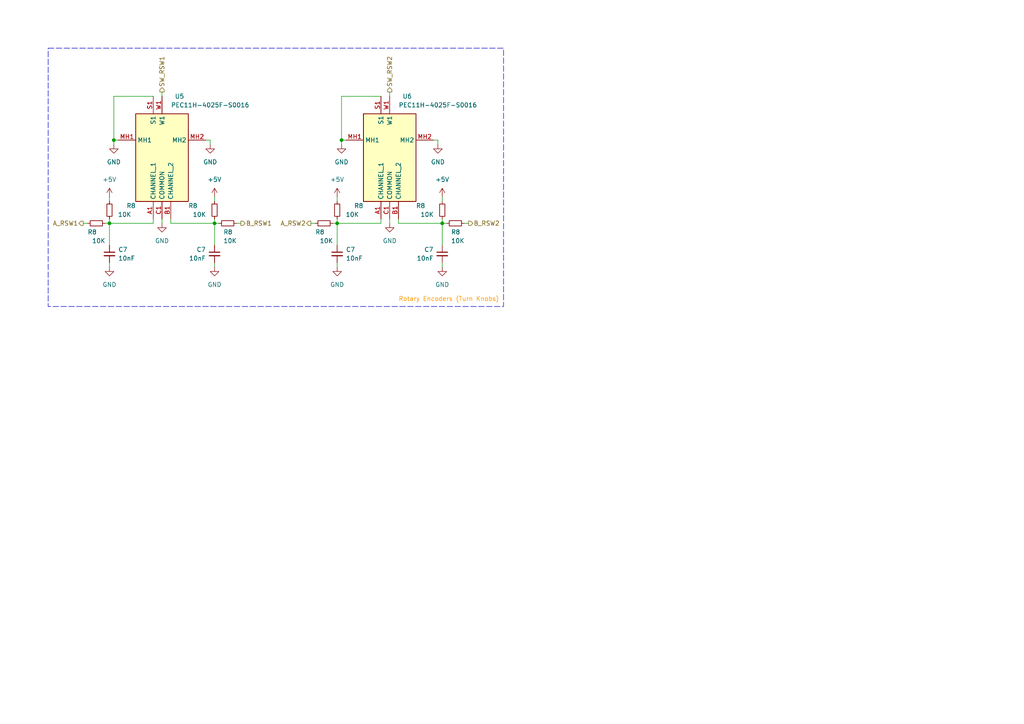
<source format=kicad_sch>
(kicad_sch (version 20230121) (generator eeschema)
  (paper "A4")
  (lib_symbols
    (symbol "Adam_Custom_Symbol_Bourns_PEC11H-4025F-S0016:PEC11H-4025F-S0016"
      (property "Reference" "U" (at 21.59 12.7 0))
      (property "Value" "PEC11H-4025F-S0016" (at 21.59 10.16 0))
      (symbol "PEC11H-4025F-S0016_1_1"
        (rectangle (start 5.08 7.62) (end 20.32 -17.78) (stroke (width 0.254)) (fill (type background)))
        (pin passive line (at 10.16 -22.86 90) (length 5.08) (name "CHANNEL_1") (number "A1"))
        (pin passive line (at 15.24 -22.86 90) (length 5.08) (name "CHANNEL_2") (number "B1"))
        (pin passive line (at 12.7 -22.86 90) (length 5.08) (name "COMMON") (number "C1"))
        (pin passive line (at 0 0 0) (length 5.08) (name "MH1") (number "MH1"))
        (pin passive line (at 25.4 0 180) (length 5.08) (name "MH2") (number "MH2"))
        (pin passive line (at 10.16 12.7 270) (length 5.08) (name "S1") (number "S1"))
        (pin passive line (at 12.7 12.7 270) (length 5.08) (name "W1") (number "W1"))
      )
    )
    (symbol "Device:C_Small" (pin_numbers hide) (pin_names (offset 0.254) hide)
      (property "Reference" "C" (at 0.254 1.778 0))
      (property "Value" "C_Small" (at 0.254 -2.032 0))
      (symbol "C_Small_0_1"
        (polyline (pts (xy -1.524 -0.508) (xy 1.524 -0.508)) (stroke (width 0.3302)))
        (polyline (pts (xy -1.524 0.508) (xy 1.524 0.508)) (stroke (width 0.3048)))
      )
      (symbol "C_Small_1_1"
        (pin passive line (at 0 2.54 270) (length 2.032) (name "~") (number "1"))
        (pin passive line (at 0 -2.54 90) (length 2.032) (name "~") (number "2"))
      )
    )
    (symbol "Device:R_Small" (pin_numbers hide) (pin_names (offset 0.254) hide)
      (property "Reference" "R" (at 0.762 0.508 0))
      (property "Value" "R_Small" (at 0.762 -1.016 0))
      (symbol "R_Small_0_1"
        (rectangle (start -0.762 1.778) (end 0.762 -1.778) (stroke (width 0.2032)))
      )
      (symbol "R_Small_1_1"
        (pin passive line (at 0 2.54 270) (length 0.762) (name "~") (number "1"))
        (pin passive line (at 0 -2.54 90) (length 0.762) (name "~") (number "2"))
      )
    )
    (symbol "power:+5V" (power) (pin_names (offset 0))
      (property "Value" "+5V" (at 0 3.556 0))
      (symbol "+5V_0_1"
        (polyline (pts (xy -0.762 1.27) (xy 0 2.54)))
        (polyline (pts (xy 0 0) (xy 0 2.54)))
        (polyline (pts (xy 0 2.54) (xy 0.762 1.27)))
      )
      (symbol "+5V_1_1"
        (pin power_in line (at 0 0 90) (length 0) hide (name "+5V") (number "1"))
      )
    )
    (symbol "power:GND" (power) (pin_names (offset 0))
      (property "Value" "GND" (at 0 -3.81 0))
      (symbol "GND_0_1"
        (polyline (pts (xy 0 0) (xy 0 -1.27) (xy 1.27 -1.27) (xy 0 -2.54) (xy -1.27 -1.27) (xy 0 -1.27)))
      )
      (symbol "GND_1_1"
        (pin power_in line (at 0 0 270) (length 0) hide (name "GND") (number "1"))
      )
    )
  )
  (junction (at 128.27 64.77))
  (junction (at 31.75 64.77))
  (junction (at 99.06 40.64))
  (junction (at 97.79 64.77))
  (junction (at 33.02 40.64))
  (junction (at 62.23 64.77))
  (wire (pts (xy 99.06 40.64) (xy 100.33 40.64)))
  (wire (pts (xy 134.62 64.77) (xy 135.89 64.77)))
  (wire (pts (xy 31.75 77.47) (xy 31.75 76.2)))
  (wire (pts (xy 128.27 64.77) (xy 128.27 71.12)))
  (wire (pts (xy 62.23 63.5) (xy 62.23 64.77)))
  (wire (pts (xy 97.79 63.5) (xy 97.79 64.77)))
  (wire (pts (xy 110.49 63.5) (xy 110.49 64.77)))
  (wire (pts (xy 62.23 64.77) (xy 62.23 71.12)))
  (wire (pts (xy 97.79 76.2) (xy 97.79 77.47)))
  (wire (pts (xy 24.13 64.77) (xy 25.4 64.77)))
  (wire (pts (xy 44.45 27.94) (xy 33.02 27.94)))
  (wire (pts (xy 62.23 57.15) (xy 62.23 58.42)))
  (wire (pts (xy 128.27 64.77) (xy 129.54 64.77)))
  (wire (pts (xy 113.03 26.67) (xy 113.03 27.94)))
  (wire (pts (xy 90.17 64.77) (xy 91.44 64.77)))
  (wire (pts (xy 33.02 40.64) (xy 34.29 40.64)))
  (wire (pts (xy 99.06 27.94) (xy 99.06 40.64)))
  (wire (pts (xy 62.23 77.47) (xy 62.23 76.2)))
  (wire (pts (xy 99.06 41.91) (xy 99.06 40.64)))
  (wire (pts (xy 96.52 64.77) (xy 97.79 64.77)))
  (wire (pts (xy 97.79 64.77) (xy 110.49 64.77)))
  (wire (pts (xy 97.79 64.77) (xy 97.79 71.12)))
  (wire (pts (xy 49.53 64.77) (xy 62.23 64.77)))
  (wire (pts (xy 128.27 57.15) (xy 128.27 58.42)))
  (wire (pts (xy 115.57 63.5) (xy 115.57 64.77)))
  (wire (pts (xy 60.96 40.64) (xy 60.96 41.91)))
  (wire (pts (xy 128.27 63.5) (xy 128.27 64.77)))
  (wire (pts (xy 59.69 40.64) (xy 60.96 40.64)))
  (wire (pts (xy 127 40.64) (xy 127 41.91)))
  (wire (pts (xy 68.58 64.77) (xy 69.85 64.77)))
  (wire (pts (xy 31.75 64.77) (xy 44.45 64.77)))
  (wire (pts (xy 49.53 63.5) (xy 49.53 64.77)))
  (wire (pts (xy 115.57 64.77) (xy 128.27 64.77)))
  (wire (pts (xy 62.23 64.77) (xy 63.5 64.77)))
  (wire (pts (xy 31.75 57.15) (xy 31.75 58.42)))
  (wire (pts (xy 128.27 76.2) (xy 128.27 77.47)))
  (wire (pts (xy 113.03 63.5) (xy 113.03 64.77)))
  (wire (pts (xy 33.02 41.91) (xy 33.02 40.64)))
  (wire (pts (xy 31.75 63.5) (xy 31.75 64.77)))
  (wire (pts (xy 46.99 26.67) (xy 46.99 27.94)))
  (wire (pts (xy 44.45 63.5) (xy 44.45 64.77)))
  (wire (pts (xy 125.73 40.64) (xy 127 40.64)))
  (wire (pts (xy 30.48 64.77) (xy 31.75 64.77)))
  (wire (pts (xy 33.02 27.94) (xy 33.02 40.64)))
  (wire (pts (xy 97.79 57.15) (xy 97.79 58.42)))
  (wire (pts (xy 110.49 27.94) (xy 99.06 27.94)))
  (wire (pts (xy 46.99 63.5) (xy 46.99 64.77)))
  (wire (pts (xy 31.75 64.77) (xy 31.75 71.12)))
  (rectangle (start 13.97 13.97) (end 146.05 88.9) (stroke (width 0) (type dash)))
  (text "Rotary Encoders (Turn Knobs)" (at 115.57 87.63 0) (effects (font (size 1.27 1.27)) (justify left bottom)))
  (hierarchical_label "SW_RSW1" (shape output) (at 46.99 26.67 90))
  (hierarchical_label "A_RSW1" (shape output) (at 24.13 64.77 180))
  (hierarchical_label "A_RSW2" (shape output) (at 90.17 64.77 180))
  (hierarchical_label "SW_RSW2" (shape output) (at 113.03 26.67 90))
  (hierarchical_label "B_RSW1" (shape output) (at 69.85 64.77 0))
  (hierarchical_label "B_RSW2" (shape output) (at 135.89 64.77 0))
  (symbol (lib_id "Device:C_Small") (at 97.79 73.66 0) (unit 1)
    (property "Reference" "C7" (at 100.33 72.39 0) (effects (justify left)))
    (property "Value" "10nF" (at 100.33 74.93 0) (effects (justify left)))
    (property "Footprint" "Capacitor_SMD:C_0603_1608Metric" (effects hide))
    (property "LCSC" "C57112" (effects hide))
    (instances (project "Universal Control Box" (path "" (reference "C7") (unit 1)) (path "" (reference "C203") (unit 1))) (project "Doorbell" (path "" (reference "C3") (unit 1))))
  )
  (symbol (lib_id "Device:R_Small") (at 27.94 64.77 270) (mirror x) (unit 1)
    (property "Reference" "R8" (at 25.4 67.31 90) (effects (justify left)))
    (property "Value" "10K" (at 26.67 69.85 90) (effects (justify left)))
    (property "Footprint" "Resistor_SMD:R_0603_1608Metric" (effects hide))
    (property "LCSC" "C25804" (effects hide))
    (instances (project "Universal Control Box" (path "" (reference "R8") (unit 1)) (path "" (reference "R201") (unit 1))) (project "Doorbell" (path "" (reference "R3") (unit 1))))
  )
  (symbol (lib_id "Device:R_Small") (at 132.08 64.77 270) (mirror x) (unit 1)
    (property "Reference" "R8" (at 130.81 67.31 90) (effects (justify left)))
    (property "Value" "10K" (at 130.81 69.85 90) (effects (justify left)))
    (property "Footprint" "Resistor_SMD:R_0603_1608Metric" (effects hide))
    (property "LCSC" "C25804" (effects hide))
    (instances (project "Universal Control Box" (path "" (reference "R8") (unit 1)) (path "" (reference "R208") (unit 1))) (project "Doorbell" (path "" (reference "R3") (unit 1))))
  )
  (symbol (lib_id "Device:R_Small") (at 66.04 64.77 270) (mirror x) (unit 1)
    (property "Reference" "R8" (at 64.77 67.31 90) (effects (justify left)))
    (property "Value" "10K" (at 64.77 69.85 90) (effects (justify left)))
    (property "Footprint" "Resistor_SMD:R_0603_1608Metric" (effects hide))
    (property "LCSC" "C25804" (effects hide))
    (instances (project "Universal Control Box" (path "" (reference "R8") (unit 1)) (path "" (reference "R204") (unit 1))) (project "Doorbell" (path "" (reference "R3") (unit 1))))
  )
  (symbol (lib_id "power:GND") (at 46.99 64.77 0) (unit 1)
    (property "Reference" "#PWR020" (effects hide))
    (property "Value" "GND" (at 46.99 69.85 0))
    (instances (project "Universal Control Box" (path "" (reference "#PWR020") (unit 1)) (path "" (reference "#PWR0204") (unit 1))) (project "Doorbell" (path "" (reference "#PWR02") (unit 1))))
  )
  (symbol (lib_id "power:+5V") (at 97.79 57.15 0) (unit 1)
    (property "Reference" "#PWR09" (effects hide))
    (property "Value" "+5V" (at 97.79 52.07 0))
    (instances (project "Universal Control Box" (path "" (reference "#PWR09") (unit 1)) (path "" (reference "#PWR0208") (unit 1))))
  )
  (symbol (lib_id "Adam_Custom_Symbol_Bourns_PEC11H-4025F-S0016:PEC11H-4025F-S0016") (at 100.33 40.64 0) (unit 1)
    (property "Reference" "U6" (at 118.11 27.94 0))
    (property "Value" "PEC11H-4025F-S0016" (at 127 30.48 0))
    (property "Footprint" "Adam_Custom_Footprints:PEC11H4025FS0016" (effects hide))
    (property "Datasheet" "https://componentsearchengine.com/Datasheets/2/PEC11H-4025F-S0016.pdf" (effects hide))
    (property "Height" "32" (effects hide))
    (property "Mouser Part Number" "652-PEC11H4025FS0016" (effects hide))
    (property "Mouser Price/Stock" "https://www.mouser.co.uk/ProductDetail/Bourns/PEC11H-4025F-S0016?qs=7MVldsJ5UayoVkAYK2ruoQ%3D%3D" (effects hide))
    (property "Manufacturer_Name" "Bourns" (effects hide))
    (property "Manufacturer_Part_Number" "PEC11H-4025F-S0016" (effects hide))
    (instances (project "Universal Control Box" (path "" (reference "U6") (unit 1)) (path "" (reference "U202") (unit 1))))
  )
  (symbol (lib_id "Device:R_Small") (at 128.27 60.96 0) (unit 1)
    (property "Reference" "R8" (at 120.65 59.69 0) (effects (justify left)))
    (property "Value" "10K" (at 121.92 62.23 0) (effects (justify left)))
    (property "Footprint" "Resistor_SMD:R_0603_1608Metric" (effects hide))
    (property "LCSC" "C25804" (effects hide))
    (instances (project "Universal Control Box" (path "" (reference "R8") (unit 1)) (path "" (reference "R207") (unit 1))) (project "Doorbell" (path "" (reference "R3") (unit 1))))
  )
  (symbol (lib_id "power:GND") (at 60.96 41.91 0) (unit 1)
    (property "Reference" "#PWR020" (effects hide))
    (property "Value" "GND" (at 60.96 46.99 0))
    (instances (project "Universal Control Box" (path "" (reference "#PWR020") (unit 1)) (path "" (reference "#PWR0205") (unit 1))) (project "Doorbell" (path "" (reference "#PWR02") (unit 1))))
  )
  (symbol (lib_id "power:+5V") (at 31.75 57.15 0) (unit 1)
    (property "Reference" "#PWR09" (effects hide))
    (property "Value" "+5V" (at 31.75 52.07 0))
    (instances (project "Universal Control Box" (path "" (reference "#PWR09") (unit 1)) (path "" (reference "#PWR0201") (unit 1))))
  )
  (symbol (lib_id "Device:R_Small") (at 31.75 60.96 0) (mirror y) (unit 1)
    (property "Reference" "R8" (at 39.37 59.69 0) (effects (justify left)))
    (property "Value" "10K" (at 38.1 62.23 0) (effects (justify left)))
    (property "Footprint" "Resistor_SMD:R_0603_1608Metric" (effects hide))
    (property "LCSC" "C25804" (effects hide))
    (instances (project "Universal Control Box" (path "" (reference "R8") (unit 1)) (path "" (reference "R202") (unit 1))) (project "Doorbell" (path "" (reference "R3") (unit 1))))
  )
  (symbol (lib_id "Device:C_Small") (at 128.27 73.66 0) (mirror y) (unit 1)
    (property "Reference" "C7" (at 125.73 72.39 0) (effects (justify left)))
    (property "Value" "10nF" (at 125.73 74.93 0) (effects (justify left)))
    (property "Footprint" "Capacitor_SMD:C_0603_1608Metric" (effects hide))
    (property "LCSC" "C57112" (effects hide))
    (instances (project "Universal Control Box" (path "" (reference "C7") (unit 1)) (path "" (reference "C204") (unit 1))) (project "Doorbell" (path "" (reference "C3") (unit 1))))
  )
  (symbol (lib_id "Device:R_Small") (at 97.79 60.96 0) (mirror y) (unit 1)
    (property "Reference" "R8" (at 105.41 59.69 0) (effects (justify left)))
    (property "Value" "10K" (at 104.14 62.23 0) (effects (justify left)))
    (property "Footprint" "Resistor_SMD:R_0603_1608Metric" (effects hide))
    (property "LCSC" "C25804" (effects hide))
    (instances (project "Universal Control Box" (path "" (reference "R8") (unit 1)) (path "" (reference "R206") (unit 1))) (project "Doorbell" (path "" (reference "R3") (unit 1))))
  )
  (symbol (lib_id "Device:R_Small") (at 62.23 60.96 0) (unit 1)
    (property "Reference" "R8" (at 54.61 59.69 0) (effects (justify left)))
    (property "Value" "10K" (at 55.88 62.23 0) (effects (justify left)))
    (property "Footprint" "Resistor_SMD:R_0603_1608Metric" (effects hide))
    (property "LCSC" "C25804" (effects hide))
    (instances (project "Universal Control Box" (path "" (reference "R8") (unit 1)) (path "" (reference "R203") (unit 1))) (project "Doorbell" (path "" (reference "R3") (unit 1))))
  )
  (symbol (lib_id "Device:R_Small") (at 93.98 64.77 270) (mirror x) (unit 1)
    (property "Reference" "R8" (at 91.44 67.31 90) (effects (justify left)))
    (property "Value" "10K" (at 92.71 69.85 90) (effects (justify left)))
    (property "Footprint" "Resistor_SMD:R_0603_1608Metric" (effects hide))
    (property "LCSC" "C25804" (effects hide))
    (instances (project "Universal Control Box" (path "" (reference "R8") (unit 1)) (path "" (reference "R205") (unit 1))) (project "Doorbell" (path "" (reference "R3") (unit 1))))
  )
  (symbol (lib_id "power:GND") (at 127 41.91 0) (unit 1)
    (property "Reference" "#PWR033" (effects hide))
    (property "Value" "GND" (at 127 46.99 0))
    (instances (project "Universal Control Box" (path "" (reference "#PWR033") (unit 1)) (path "" (reference "#PWR0212") (unit 1))) (project "Doorbell" (path "" (reference "#PWR02") (unit 1))))
  )
  (symbol (lib_id "power:GND") (at 33.02 41.91 0) (unit 1)
    (property "Reference" "#PWR028" (effects hide))
    (property "Value" "GND" (at 33.02 46.99 0))
    (instances (project "Universal Control Box" (path "" (reference "#PWR028") (unit 1)) (path "" (reference "#PWR0203") (unit 1))) (project "Doorbell" (path "" (reference "#PWR02") (unit 1))))
  )
  (symbol (lib_id "Device:C_Small") (at 31.75 73.66 0) (unit 1)
    (property "Reference" "C7" (at 34.29 72.39 0) (effects (justify left)))
    (property "Value" "10nF" (at 34.29 74.93 0) (effects (justify left)))
    (property "Footprint" "Capacitor_SMD:C_0603_1608Metric" (effects hide))
    (property "LCSC" "C57112" (effects hide))
    (instances (project "Universal Control Box" (path "" (reference "C7") (unit 1)) (path "" (reference "C201") (unit 1))) (project "Doorbell" (path "" (reference "C3") (unit 1))))
  )
  (symbol (lib_id "power:GND") (at 62.23 77.47 0) (unit 1)
    (property "Reference" "#PWR020" (effects hide))
    (property "Value" "GND" (at 62.23 82.55 0))
    (instances (project "Universal Control Box" (path "" (reference "#PWR020") (unit 1)) (path "" (reference "#PWR0207") (unit 1))) (project "Doorbell" (path "" (reference "#PWR02") (unit 1))))
  )
  (symbol (lib_id "power:GND") (at 31.75 77.47 0) (unit 1)
    (property "Reference" "#PWR020" (effects hide))
    (property "Value" "GND" (at 31.75 82.55 0))
    (instances (project "Universal Control Box" (path "" (reference "#PWR020") (unit 1)) (path "" (reference "#PWR0202") (unit 1))) (project "Doorbell" (path "" (reference "#PWR02") (unit 1))))
  )
  (symbol (lib_id "power:+5V") (at 62.23 57.15 0) (mirror y) (unit 1)
    (property "Reference" "#PWR09" (effects hide))
    (property "Value" "+5V" (at 62.23 52.07 0))
    (instances (project "Universal Control Box" (path "" (reference "#PWR09") (unit 1)) (path "" (reference "#PWR0206") (unit 1))))
  )
  (symbol (lib_id "power:GND") (at 113.03 64.77 0) (unit 1)
    (property "Reference" "#PWR020" (effects hide))
    (property "Value" "GND" (at 113.03 69.85 0))
    (instances (project "Universal Control Box" (path "" (reference "#PWR020") (unit 1)) (path "" (reference "#PWR0211") (unit 1))) (project "Doorbell" (path "" (reference "#PWR02") (unit 1))))
  )
  (symbol (lib_id "power:GND") (at 128.27 77.47 0) (unit 1)
    (property "Reference" "#PWR020" (effects hide))
    (property "Value" "GND" (at 128.27 82.55 0))
    (instances (project "Universal Control Box" (path "" (reference "#PWR020") (unit 1)) (path "" (reference "#PWR0214") (unit 1))) (project "Doorbell" (path "" (reference "#PWR02") (unit 1))))
  )
  (symbol (lib_id "power:+5V") (at 128.27 57.15 0) (mirror y) (unit 1)
    (property "Reference" "#PWR09" (effects hide))
    (property "Value" "+5V" (at 128.27 52.07 0))
    (instances (project "Universal Control Box" (path "" (reference "#PWR09") (unit 1)) (path "" (reference "#PWR0213") (unit 1))))
  )
  (symbol (lib_id "power:GND") (at 99.06 41.91 0) (unit 1)
    (property "Reference" "#PWR024" (effects hide))
    (property "Value" "GND" (at 99.06 46.99 0))
    (instances (project "Universal Control Box" (path "" (reference "#PWR024") (unit 1)) (path "" (reference "#PWR0210") (unit 1))) (project "Doorbell" (path "" (reference "#PWR02") (unit 1))))
  )
  (symbol (lib_id "Adam_Custom_Symbol_Bourns_PEC11H-4025F-S0016:PEC11H-4025F-S0016") (at 34.29 40.64 0) (unit 1)
    (property "Reference" "U5" (at 52.07 27.94 0))
    (property "Value" "PEC11H-4025F-S0016" (at 60.96 30.48 0))
    (property "Footprint" "Adam_Custom_Footprints:PEC11H4025FS0016" (effects hide))
    (property "Datasheet" "https://componentsearchengine.com/Datasheets/2/PEC11H-4025F-S0016.pdf" (effects hide))
    (property "Height" "32" (effects hide))
    (property "Mouser Part Number" "652-PEC11H4025FS0016" (effects hide))
    (property "Mouser Price/Stock" "https://www.mouser.co.uk/ProductDetail/Bourns/PEC11H-4025F-S0016?qs=7MVldsJ5UayoVkAYK2ruoQ%3D%3D" (effects hide))
    (property "Manufacturer_Name" "Bourns" (effects hide))
    (property "Manufacturer_Part_Number" "PEC11H-4025F-S0016" (effects hide))
    (instances (project "Universal Control Box" (path "" (reference "U5") (unit 1)) (path "" (reference "U201") (unit 1))))
  )
  (symbol (lib_id "Device:C_Small") (at 62.23 73.66 0) (mirror y) (unit 1)
    (property "Reference" "C7" (at 59.69 72.39 0) (effects (justify left)))
    (property "Value" "10nF" (at 59.69 74.93 0) (effects (justify left)))
    (property "Footprint" "Capacitor_SMD:C_0603_1608Metric" (effects hide))
    (property "LCSC" "C57112" (effects hide))
    (instances (project "Universal Control Box" (path "" (reference "C7") (unit 1)) (path "" (reference "C202") (unit 1))) (project "Doorbell" (path "" (reference "C3") (unit 1))))
  )
  (symbol (lib_id "power:GND") (at 97.79 77.47 0) (unit 1)
    (property "Reference" "#PWR020" (effects hide))
    (property "Value" "GND" (at 97.79 82.55 0))
    (instances (project "Universal Control Box" (path "" (reference "#PWR020") (unit 1)) (path "" (reference "#PWR0209") (unit 1))) (project "Doorbell" (path "" (reference "#PWR02") (unit 1))))
  )
)
</source>
